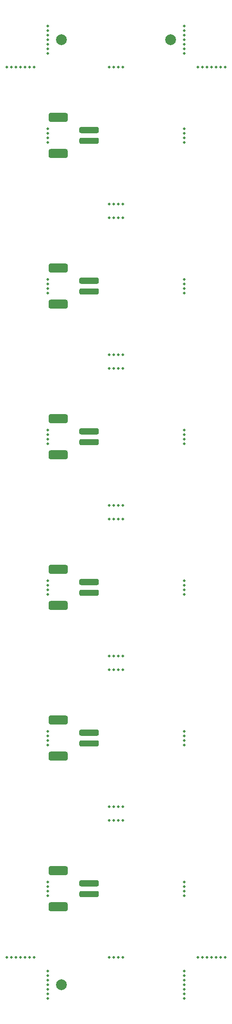
<source format=gts>
G04 #@! TF.GenerationSoftware,KiCad,Pcbnew,6.0.2+dfsg-1*
G04 #@! TF.CreationDate,2022-10-15T22:16:15-06:00*
G04 #@! TF.ProjectId,ckt-dingdong-spk-array,636b742d-6469-46e6-9764-6f6e672d7370,rev?*
G04 #@! TF.SameCoordinates,Original*
G04 #@! TF.FileFunction,Soldermask,Top*
G04 #@! TF.FilePolarity,Negative*
%FSLAX46Y46*%
G04 Gerber Fmt 4.6, Leading zero omitted, Abs format (unit mm)*
G04 Created by KiCad (PCBNEW 6.0.2+dfsg-1) date 2022-10-15 22:16:15*
%MOMM*%
%LPD*%
G01*
G04 APERTURE LIST*
%ADD10C,0.500000*%
%ADD11C,2.000000*%
G04 APERTURE END LIST*
G36*
G01*
X28796000Y-33743800D02*
X31796000Y-33743800D01*
G75*
G02*
X32122200Y-34070000I0J-326200D01*
G01*
X32122200Y-34570000D01*
G75*
G02*
X31796000Y-34896200I-326200J0D01*
G01*
X28796000Y-34896200D01*
G75*
G02*
X28469800Y-34570000I0J326200D01*
G01*
X28469800Y-34070000D01*
G75*
G02*
X28796000Y-33743800I326200J0D01*
G01*
G37*
G36*
G01*
X28796000Y-35743800D02*
X31796000Y-35743800D01*
G75*
G02*
X32122200Y-36070000I0J-326200D01*
G01*
X32122200Y-36570000D01*
G75*
G02*
X31796000Y-36896200I-326200J0D01*
G01*
X28796000Y-36896200D01*
G75*
G02*
X28469800Y-36570000I0J326200D01*
G01*
X28469800Y-36070000D01*
G75*
G02*
X28796000Y-35743800I326200J0D01*
G01*
G37*
G36*
G01*
X23096001Y-31143800D02*
X25995999Y-31143800D01*
G75*
G02*
X26322200Y-31470001I0J-326201D01*
G01*
X26322200Y-32469999D01*
G75*
G02*
X25995999Y-32796200I-326201J0D01*
G01*
X23096001Y-32796200D01*
G75*
G02*
X22769800Y-32469999I0J326201D01*
G01*
X22769800Y-31470001D01*
G75*
G02*
X23096001Y-31143800I326201J0D01*
G01*
G37*
G36*
G01*
X23096001Y-37843800D02*
X25995999Y-37843800D01*
G75*
G02*
X26322200Y-38170001I0J-326201D01*
G01*
X26322200Y-39169999D01*
G75*
G02*
X25995999Y-39496200I-326201J0D01*
G01*
X23096001Y-39496200D01*
G75*
G02*
X22769800Y-39169999I0J326201D01*
G01*
X22769800Y-38170001D01*
G75*
G02*
X23096001Y-37843800I326201J0D01*
G01*
G37*
D10*
X20080000Y-22620000D03*
X35743333Y-48020000D03*
X22620000Y-193646666D03*
X20080000Y-187720000D03*
D11*
X25160000Y-17540000D03*
D10*
X34050000Y-103900000D03*
X35743333Y-103900000D03*
X34896667Y-22620000D03*
X34896667Y-162320000D03*
X53946666Y-187720000D03*
X22620000Y-147503333D03*
X22620000Y-92470000D03*
X34896667Y-159780000D03*
X35743333Y-22620000D03*
X51406666Y-187720000D03*
X36590000Y-106440000D03*
X34896667Y-78500000D03*
X35743333Y-131840000D03*
X48020000Y-35743333D03*
X35743333Y-162320000D03*
X48020000Y-20080000D03*
X48020000Y-147503333D03*
X22620000Y-120410000D03*
X34050000Y-78500000D03*
X22620000Y-195340000D03*
X52253333Y-187720000D03*
X36590000Y-75960000D03*
X22620000Y-15846667D03*
X16693334Y-22620000D03*
X15846667Y-187720000D03*
X15000000Y-22620000D03*
X48020000Y-17540000D03*
X48020000Y-118716666D03*
X54793333Y-187720000D03*
X16693334Y-187720000D03*
X22620000Y-19233334D03*
X48020000Y-62836666D03*
X22620000Y-15000000D03*
X48020000Y-64530000D03*
G36*
G01*
X28796000Y-61683800D02*
X31796000Y-61683800D01*
G75*
G02*
X32122200Y-62010000I0J-326200D01*
G01*
X32122200Y-62510000D01*
G75*
G02*
X31796000Y-62836200I-326200J0D01*
G01*
X28796000Y-62836200D01*
G75*
G02*
X28469800Y-62510000I0J326200D01*
G01*
X28469800Y-62010000D01*
G75*
G02*
X28796000Y-61683800I326200J0D01*
G01*
G37*
G36*
G01*
X28796000Y-63683800D02*
X31796000Y-63683800D01*
G75*
G02*
X32122200Y-64010000I0J-326200D01*
G01*
X32122200Y-64510000D01*
G75*
G02*
X31796000Y-64836200I-326200J0D01*
G01*
X28796000Y-64836200D01*
G75*
G02*
X28469800Y-64510000I0J326200D01*
G01*
X28469800Y-64010000D01*
G75*
G02*
X28796000Y-63683800I326200J0D01*
G01*
G37*
G36*
G01*
X23096001Y-59083800D02*
X25995999Y-59083800D01*
G75*
G02*
X26322200Y-59410001I0J-326201D01*
G01*
X26322200Y-60409999D01*
G75*
G02*
X25995999Y-60736200I-326201J0D01*
G01*
X23096001Y-60736200D01*
G75*
G02*
X22769800Y-60409999I0J326201D01*
G01*
X22769800Y-59410001D01*
G75*
G02*
X23096001Y-59083800I326201J0D01*
G01*
G37*
G36*
G01*
X23096001Y-65783800D02*
X25995999Y-65783800D01*
G75*
G02*
X26322200Y-66110001I0J-326201D01*
G01*
X26322200Y-67109999D01*
G75*
G02*
X25995999Y-67436200I-326201J0D01*
G01*
X23096001Y-67436200D01*
G75*
G02*
X22769800Y-67109999I0J326201D01*
G01*
X22769800Y-66110001D01*
G75*
G02*
X23096001Y-65783800I326201J0D01*
G01*
G37*
X53100000Y-22620000D03*
X22620000Y-64530000D03*
X48020000Y-36590000D03*
X36590000Y-131840000D03*
X48020000Y-173750000D03*
X36590000Y-187720000D03*
X35743333Y-106440000D03*
X22620000Y-63683333D03*
X36590000Y-103900000D03*
X35743333Y-159780000D03*
X22620000Y-191953333D03*
X48020000Y-148350000D03*
X22620000Y-91623333D03*
X22620000Y-62836666D03*
X54793333Y-22620000D03*
X48020000Y-61990000D03*
X34050000Y-22620000D03*
X48020000Y-16693334D03*
X34050000Y-162320000D03*
X48020000Y-34050000D03*
X36590000Y-134380000D03*
X48020000Y-34896667D03*
X48020000Y-89930000D03*
G36*
G01*
X28796000Y-145503800D02*
X31796000Y-145503800D01*
G75*
G02*
X32122200Y-145830000I0J-326200D01*
G01*
X32122200Y-146330000D01*
G75*
G02*
X31796000Y-146656200I-326200J0D01*
G01*
X28796000Y-146656200D01*
G75*
G02*
X28469800Y-146330000I0J326200D01*
G01*
X28469800Y-145830000D01*
G75*
G02*
X28796000Y-145503800I326200J0D01*
G01*
G37*
G36*
G01*
X28796000Y-147503800D02*
X31796000Y-147503800D01*
G75*
G02*
X32122200Y-147830000I0J-326200D01*
G01*
X32122200Y-148330000D01*
G75*
G02*
X31796000Y-148656200I-326200J0D01*
G01*
X28796000Y-148656200D01*
G75*
G02*
X28469800Y-148330000I0J326200D01*
G01*
X28469800Y-147830000D01*
G75*
G02*
X28796000Y-147503800I326200J0D01*
G01*
G37*
G36*
G01*
X23096001Y-149603800D02*
X25995999Y-149603800D01*
G75*
G02*
X26322200Y-149930001I0J-326201D01*
G01*
X26322200Y-150929999D01*
G75*
G02*
X25995999Y-151256200I-326201J0D01*
G01*
X23096001Y-151256200D01*
G75*
G02*
X22769800Y-150929999I0J326201D01*
G01*
X22769800Y-149930001D01*
G75*
G02*
X23096001Y-149603800I326201J0D01*
G01*
G37*
G36*
G01*
X23096001Y-142903800D02*
X25995999Y-142903800D01*
G75*
G02*
X26322200Y-143230001I0J-326201D01*
G01*
X26322200Y-144229999D01*
G75*
G02*
X25995999Y-144556200I-326201J0D01*
G01*
X23096001Y-144556200D01*
G75*
G02*
X22769800Y-144229999I0J326201D01*
G01*
X22769800Y-143230001D01*
G75*
G02*
X23096001Y-142903800I326201J0D01*
G01*
G37*
X35743333Y-134380000D03*
X48020000Y-19233334D03*
X34050000Y-75960000D03*
X18386667Y-187720000D03*
X34050000Y-187720000D03*
X22620000Y-145810000D03*
X50560000Y-187720000D03*
X22620000Y-17540000D03*
X48020000Y-193646666D03*
G36*
G01*
X28796000Y-117563800D02*
X31796000Y-117563800D01*
G75*
G02*
X32122200Y-117890000I0J-326200D01*
G01*
X32122200Y-118390000D01*
G75*
G02*
X31796000Y-118716200I-326200J0D01*
G01*
X28796000Y-118716200D01*
G75*
G02*
X28469800Y-118390000I0J326200D01*
G01*
X28469800Y-117890000D01*
G75*
G02*
X28796000Y-117563800I326200J0D01*
G01*
G37*
G36*
G01*
X28796000Y-119563800D02*
X31796000Y-119563800D01*
G75*
G02*
X32122200Y-119890000I0J-326200D01*
G01*
X32122200Y-120390000D01*
G75*
G02*
X31796000Y-120716200I-326200J0D01*
G01*
X28796000Y-120716200D01*
G75*
G02*
X28469800Y-120390000I0J326200D01*
G01*
X28469800Y-119890000D01*
G75*
G02*
X28796000Y-119563800I326200J0D01*
G01*
G37*
G36*
G01*
X23096001Y-121663800D02*
X25995999Y-121663800D01*
G75*
G02*
X26322200Y-121990001I0J-326201D01*
G01*
X26322200Y-122989999D01*
G75*
G02*
X25995999Y-123316200I-326201J0D01*
G01*
X23096001Y-123316200D01*
G75*
G02*
X22769800Y-122989999I0J326201D01*
G01*
X22769800Y-121990001D01*
G75*
G02*
X23096001Y-121663800I326201J0D01*
G01*
G37*
G36*
G01*
X23096001Y-114963800D02*
X25995999Y-114963800D01*
G75*
G02*
X26322200Y-115290001I0J-326201D01*
G01*
X26322200Y-116289999D01*
G75*
G02*
X25995999Y-116616200I-326201J0D01*
G01*
X23096001Y-116616200D01*
G75*
G02*
X22769800Y-116289999I0J326201D01*
G01*
X22769800Y-115290001D01*
G75*
G02*
X23096001Y-114963800I326201J0D01*
G01*
G37*
X34050000Y-48020000D03*
X48020000Y-174596666D03*
X34050000Y-131840000D03*
X35743333Y-75960000D03*
X48020000Y-119563333D03*
X22620000Y-89930000D03*
X22620000Y-192800000D03*
X48020000Y-195340000D03*
X48020000Y-145810000D03*
X48020000Y-63683333D03*
X22620000Y-16693334D03*
X48020000Y-15846667D03*
X22620000Y-117870000D03*
X22620000Y-173750000D03*
X53100000Y-187720000D03*
X48020000Y-91623333D03*
X22620000Y-20080000D03*
X34896667Y-103900000D03*
X22620000Y-148350000D03*
X48020000Y-175443333D03*
X51406666Y-22620000D03*
X48020000Y-146656666D03*
X22620000Y-190260000D03*
X55640000Y-22620000D03*
X48020000Y-117870000D03*
D11*
X25160000Y-192800000D03*
G36*
G01*
X28796000Y-173443800D02*
X31796000Y-173443800D01*
G75*
G02*
X32122200Y-173770000I0J-326200D01*
G01*
X32122200Y-174270000D01*
G75*
G02*
X31796000Y-174596200I-326200J0D01*
G01*
X28796000Y-174596200D01*
G75*
G02*
X28469800Y-174270000I0J326200D01*
G01*
X28469800Y-173770000D01*
G75*
G02*
X28796000Y-173443800I326200J0D01*
G01*
G37*
G36*
G01*
X28796000Y-175443800D02*
X31796000Y-175443800D01*
G75*
G02*
X32122200Y-175770000I0J-326200D01*
G01*
X32122200Y-176270000D01*
G75*
G02*
X31796000Y-176596200I-326200J0D01*
G01*
X28796000Y-176596200D01*
G75*
G02*
X28469800Y-176270000I0J326200D01*
G01*
X28469800Y-175770000D01*
G75*
G02*
X28796000Y-175443800I326200J0D01*
G01*
G37*
G36*
G01*
X23096001Y-170843800D02*
X25995999Y-170843800D01*
G75*
G02*
X26322200Y-171170001I0J-326201D01*
G01*
X26322200Y-172169999D01*
G75*
G02*
X25995999Y-172496200I-326201J0D01*
G01*
X23096001Y-172496200D01*
G75*
G02*
X22769800Y-172169999I0J326201D01*
G01*
X22769800Y-171170001D01*
G75*
G02*
X23096001Y-170843800I326201J0D01*
G01*
G37*
G36*
G01*
X23096001Y-177543800D02*
X25995999Y-177543800D01*
G75*
G02*
X26322200Y-177870001I0J-326201D01*
G01*
X26322200Y-178869999D01*
G75*
G02*
X25995999Y-179196200I-326201J0D01*
G01*
X23096001Y-179196200D01*
G75*
G02*
X22769800Y-178869999I0J326201D01*
G01*
X22769800Y-177870001D01*
G75*
G02*
X23096001Y-177543800I326201J0D01*
G01*
G37*
D10*
X48020000Y-192800000D03*
X22620000Y-90776666D03*
X34896667Y-134380000D03*
D11*
X45480000Y-17540000D03*
D10*
X34896667Y-75960000D03*
X34896667Y-48020000D03*
X36590000Y-48020000D03*
X52253333Y-22620000D03*
X22620000Y-194493333D03*
X22620000Y-118716666D03*
X35743333Y-187720000D03*
X48020000Y-191106666D03*
X55640000Y-187720000D03*
X48020000Y-194493333D03*
X36590000Y-162320000D03*
X17540000Y-22620000D03*
X36590000Y-22620000D03*
X34896667Y-106440000D03*
X48020000Y-120410000D03*
X48020000Y-18386667D03*
X34050000Y-134380000D03*
X22620000Y-36590000D03*
X17540000Y-187720000D03*
X48020000Y-191953333D03*
X22620000Y-34050000D03*
X53946666Y-22620000D03*
X19233334Y-187720000D03*
X34050000Y-159780000D03*
X36590000Y-50560000D03*
X22620000Y-174596666D03*
X48020000Y-90776666D03*
X22620000Y-191106666D03*
X18386667Y-22620000D03*
X15000000Y-187720000D03*
X22620000Y-146656666D03*
X34896667Y-187720000D03*
X22620000Y-61990000D03*
X15846667Y-22620000D03*
X34896667Y-131840000D03*
X48020000Y-92470000D03*
X22620000Y-34896667D03*
X36590000Y-78500000D03*
X22620000Y-119563333D03*
X22620000Y-175443333D03*
X48020000Y-15000000D03*
X35743333Y-50560000D03*
X50560000Y-22620000D03*
G36*
G01*
X28796000Y-89623800D02*
X31796000Y-89623800D01*
G75*
G02*
X32122200Y-89950000I0J-326200D01*
G01*
X32122200Y-90450000D01*
G75*
G02*
X31796000Y-90776200I-326200J0D01*
G01*
X28796000Y-90776200D01*
G75*
G02*
X28469800Y-90450000I0J326200D01*
G01*
X28469800Y-89950000D01*
G75*
G02*
X28796000Y-89623800I326200J0D01*
G01*
G37*
G36*
G01*
X28796000Y-91623800D02*
X31796000Y-91623800D01*
G75*
G02*
X32122200Y-91950000I0J-326200D01*
G01*
X32122200Y-92450000D01*
G75*
G02*
X31796000Y-92776200I-326200J0D01*
G01*
X28796000Y-92776200D01*
G75*
G02*
X28469800Y-92450000I0J326200D01*
G01*
X28469800Y-91950000D01*
G75*
G02*
X28796000Y-91623800I326200J0D01*
G01*
G37*
G36*
G01*
X23096001Y-93723800D02*
X25995999Y-93723800D01*
G75*
G02*
X26322200Y-94050001I0J-326201D01*
G01*
X26322200Y-95049999D01*
G75*
G02*
X25995999Y-95376200I-326201J0D01*
G01*
X23096001Y-95376200D01*
G75*
G02*
X22769800Y-95049999I0J326201D01*
G01*
X22769800Y-94050001D01*
G75*
G02*
X23096001Y-93723800I326201J0D01*
G01*
G37*
G36*
G01*
X23096001Y-87023800D02*
X25995999Y-87023800D01*
G75*
G02*
X26322200Y-87350001I0J-326201D01*
G01*
X26322200Y-88349999D01*
G75*
G02*
X25995999Y-88676200I-326201J0D01*
G01*
X23096001Y-88676200D01*
G75*
G02*
X22769800Y-88349999I0J326201D01*
G01*
X22769800Y-87350001D01*
G75*
G02*
X23096001Y-87023800I326201J0D01*
G01*
G37*
X22620000Y-18386667D03*
X48020000Y-190260000D03*
X35743333Y-78500000D03*
X19233334Y-22620000D03*
X34050000Y-106440000D03*
X48020000Y-176290000D03*
X22620000Y-176290000D03*
X34896667Y-50560000D03*
X34050000Y-50560000D03*
X22620000Y-35743333D03*
X36590000Y-159780000D03*
M02*

</source>
